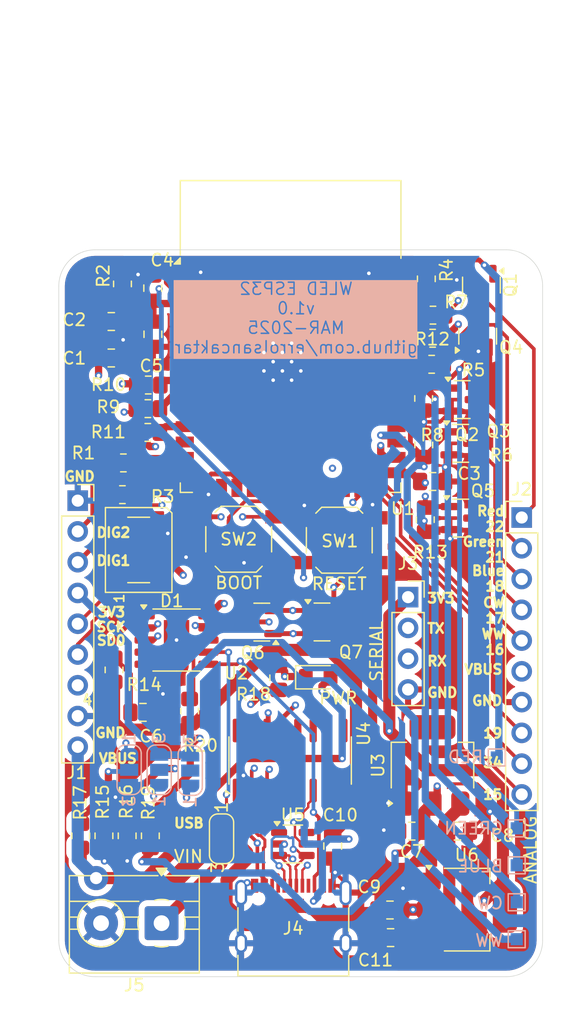
<source format=kicad_pcb>
(kicad_pcb (version 20241229) (generator "pcbnew") (generator_version "9.0")
  (layers (0 "F.Cu" signal) (4 "In1.Cu" power) (6 "In2.Cu" signal) (2 "B.Cu" signal) (13 "F.Paste" user) (15 "B.Paste" user) (5 "F.SilkS" user "F.Silkscreen") (7 "B.SilkS" user "B.Silkscreen") (1 "F.Mask" user) (3 "B.Mask" user) (25 "Edge.Cuts" user))
  (net 0 "")
  (net 1 "GND")
  (net 2 "+3V3")
  (net 3 "VOUT")
  (net 4 "+5V")
  (net 5 "Net-(D1-A)")
  (net 6 "Net-(D1-K)")
  (net 7 "DTR")
  (net 8 "RTS")
  (net 9 "VBUS")
  (net 15 "Net-(U4-VDD)")
  (net 29 "Net-(J2-Pin_1)")
  (net 30 "D-")
  (net 31 "D+")
  (net 32 "Red_LED")
  (net 33 "Green_LED")
  (net 34 "Blue_LED")
  (net 35 "CoolWhite_LED")
  (net 36 "WarmWhite_LED")
  (net 37 "Net-(U4-VBUS)")
  (net 38 "Net-(J18-Pin_3)")
  (net 41 "USB_D-")
  (net 42 "USB_D+")
  (net 43 "CC2")
  (net 44 "CC1")
  (net 45 "Net-(J18-Pin_2)")
  (net 46 "DIG2")
  (net 47 "DIG1")
  (net 52 "Net-(U1-TXD0{slash}IO1)")
  (net 53 "Net-(U1-RXD0{slash}IO3)")
  (net 54 "Net-(JP2-A)")
  (net 55 "RESET")
  (net 56 "BOOT")
  (net 57 "IO2")
  (net 58 "IO15")
  (net 59 "IO19")
  (net 60 "IO34")
  (net 61 "IO4")
  (net 62 "SD0")
  (net 63 "SCK")
  (net 64 "CFG1")
  (net 65 "IO33")
  (net 66 "CFG2")
  (net 67 "CFG3")
  (net 68 "IO26")
  (net 69 "IO23")
  (net 70 "IO21")
  (net 71 "IO18")
  (net 72 "IO17")
  (net 73 "IO16")
  (net 74 "IO32")
  (net 75 "RXD")
  (net 76 "TXD")
  (footprint "Package_TO_SOT_SMD:SOT-23-6" (layer "F.Cu") (at 76.55 114.37)
    (property "Reference" "U5")
    (property "Value" "USBLC6-2SC6" (hide yes))
  )
  (footprint "Package_SO:SOIC-16_3.9x9.9mm_P1.27mm" (layer "F.Cu") (at 76.325 107.48 90)
    (property "Reference" "U4")
    (property "Value" "CH340G" (hide yes))
  )
  (footprint "Jumper:SolderJumper-3_P1.3mm_Open_RoundedPad1.0x1.5mm_NumberLabels" (layer "F.Cu") (at 70.655 113.94 -90)
    (property "Reference" "JP1" (hide yes))
    (property "Value" "VIN")
  )
  (footprint "Resistor_SMD:R_0805_2012Metric_Pad1.20x1.40mm_HandSolder" (layer "F.Cu") (at 60.933333 113.695 -90)
    (property "Reference" "R15")
    (property "Value" "10K" (hide yes))
  )
  (footprint "Package_TO_SOT_SMD:SOT-23" (layer "F.Cu") (at 90.43 87.47)
    (property "Reference" "Q5")
    (property "Value" "IRLML6244" (hide yes))
  )
  (footprint "Package_TO_SOT_SMD:SOT-23" (layer "F.Cu") (at 91.83 72.455 90)
    (property "Reference" "Q4")
    (property "Value" "IRLML6244" (hide yes))
  )
  (footprint "Button_Switch_SMD:SW_SPST_SKQG_WithStem" (layer "F.Cu") (at 72.074 89.215)
    (property "Reference" "SW2")
    (property "Value" "BOOT")
  )
  (footprint "Resistor_SMD:R_0805_2012Metric_Pad1.20x1.40mm_HandSolder" (layer "F.Cu") (at 62.54 82.915)
    (property "Reference" "R1")
    (property "Value" "470R" (hide yes))
  )
  (footprint "Resistor_SMD:R_0805_2012Metric_Pad1.20x1.40mm_HandSolder" (layer "F.Cu") (at 62.465 68.14 90)
    (property "Reference" "R2")
    (property "Value" "10k" (hide yes))
  )
  (footprint "Connector_PinHeader_2.54mm:PinHeader_1x10_P2.54mm_Vertical" (layer "F.Cu") (at 95.47 87.42)
    (property "Reference" "J2")
    (property "Value" "ANALOG")
  )
  (footprint "Resistor_SMD:R_0805_2012Metric_Pad1.20x1.40mm_HandSolder" (layer "F.Cu") (at 62.46 85.535)
    (property "Reference" "R3")
    (property "Value" "470R" (hide yes))
  )
  (footprint "Capacitor_SMD:C_0805_2012Metric_Pad1.18x1.45mm_HandSolder" (layer "F.Cu") (at 90.16 113.31)
    (property "Reference" "C8")
    (property "Value" "22uF" (hide yes))
  )
  (footprint "Connector_USB:USB_C_Receptacle_XKB_U262-16XN-4BVC11" (layer "F.Cu") (at 76.59 121.485)
    (property "Reference" "J4")
    (property "Value" "USB_C_Receptacle_USB2.0_16P")
  )
  (footprint "Package_TO_SOT_SMD:SOT-23" (layer "F.Cu") (at 90.55 77.69)
    (property "Reference" "Q2")
    (property "Value" "IRLML6244" (hide yes))
  )
  (footprint "Resistor_SMD:R_0805_2012Metric_Pad1.20x1.40mm_HandSolder" (layer "F.Cu") (at 64.595 76.4875)
    (property "Reference" "R10")
    (property "Value" "0R" (hide yes))
  )
  (footprint "Resistor_SMD:R_0805_2012Metric_Pad1.20x1.40mm_HandSolder" (layer "F.Cu") (at 64.56 80.4)
    (property "Reference" "R11")
    (property "Value" "0R" (hide yes))
  )
  (footprint "Resistor_SMD:R_0805_2012Metric_Pad1.20x1.40mm_HandSolder" (layer "F.Cu") (at 88.105 72.625 180)
    (property "Reference" "R12")
    (property "Value" "0R" (hide yes))
  )
  (footprint "LED_SMD:LED_WS2812B_PLCC4_5.0x5.0mm_P3.2mm" (layer "F.Cu") (at 63.805 90.1 90)
    (property "Reference" "D1")
    (property "Value" "WS2812B" (hide yes))
  )
  (footprint "Button_Switch_SMD:SW_SPST_SKQG_WithStem" (layer "F.Cu") (at 80.388 89.295)
    (property "Reference" "SW1")
    (property "Value" "RESET")
  )
  (footprint "Connector_PinSocket_2.54mm:PinSocket_1x09_P2.54mm_Vertical" (layer "F.Cu") (at 58.765 86.03)
    (property "Reference" "J1")
    (property "Value" "Conn_01x09_Pin" (hide yes))
  )
  (footprint "Resistor_SMD:R_0805_2012Metric_Pad1.20x1.40mm_HandSolder" (layer "F.Cu") (at 75.385 100.65 -90)
    (property "Reference" "R18")
    (property "Value" "10k" (hide yes))
  )
  (footprint "Resistor_SMD:R_0805_2012Metric_Pad1.20x1.40mm_HandSolder" (layer "F.Cu") (at 87.5 87.6 90)
    (property "Reference" "R13")
    (property "Value" "10K" (hide yes))
  )
  (footprint "Capacitor_SMD:C_0805_2012Metric_Pad1.18x1.45mm_HandSolder" (layer "F.Cu") (at 79.845 114.54 -90)
    (property "Reference" "C10")
    (property "Value" "22uF" (hide yes))
  )
  (footprint "Capacitor_SMD:C_0805_2012Metric_Pad1.18x1.45mm_HandSolder" (layer "F.Cu") (at 61.54 71.245)
    (property "Reference" "C2")
    (property "Value" "22uF" (hide yes))
  )
  (footprint "Resistor_SMD:R_0805_2012Metric_Pad1.20x1.40mm_HandSolder" (layer "F.Cu") (at 88.135 70.72 180)
    (property "Reference" "R7")
    (property "Value" "0R" (hide yes))
  )
  (footprint "Capacitor_SMD:C_0805_2012Metric_Pad1.18x1.45mm_HandSolder" (layer "F.Cu") (at 64.16 103.505)
    (property "Reference" "C6")
    (property "Value" "1uF" (hide yes))
  )
  (footprint "Capacitor_SMD:C_0805_2012Metric_Pad1.18x1.45mm_HandSolder" (layer "F.Cu") (at 61.54 74.255)
    (property "Reference" "C1")
    (property "Value" "0.1uF" (hide yes))
  )
  (footprint "Capacitor_SMD:C_0805_2012Metric_Pad1.18x1.45mm_HandSolder" (layer "F.Cu") (at 64.965 68.49 90)
    (property "Reference" "C4")
    (property "Value" "1uF" (hide yes))
  )
  (footprint "Resistor_SMD:R_0805_2012Metric_Pad1.20x1.40mm_HandSolder" (layer "F.Cu") (at 62.851667 113.695 -90)
    (property "Reference" "R16")
    (property "Value" "10K" (hide yes))
  )
  (footprint "Package_SO:SSOP-10-1EP_3.9x4.9mm_P1mm_EP2.1x3.3mm" (layer "F.Cu") (at 66.935 97.535)
    (property "Reference" "U2")
    (property "Value" "CH224K" (hide yes))
  )
  (footprint "Package_TO_SOT_SMD:SOT-23" (layer "F.Cu") (at 92.14 68.235 -90)
    (property "Reference" "Q1")
    (property "Value" "IRLML6244" (hide yes))
  )
  (footprint "Resistor_SMD:R_0805_2012Metric_Pad1.20x1.40mm_HandSolder" (layer "F.Cu") (at 59.015 113.695 -90)
    (property "Reference" "R17")
    (property "Value" "10K" (hide yes))
  )
  (footprint "Package_TO_SOT_SMD:SOT-223" (layer "F.Cu") (at 90.93 119.79)
    (property "Reference" "U6")
    (property "Value" "AMS1117-3.3")
  )
  (footprint "Package_TO_SOT_SMD:SOT-23" (layer "F.Cu") (at 73.985 96.055 180)
    (property "Reference" "Q6")
    (property "Value" "BSS138" (hide yes))
  )
  (footprint "Package_TO_SOT_SMD:SOT-223" (layer "F.Cu") (at 88.095 107.885 90)
    (property "Reference" "U3")
    (property "Value" "AMS1117-5.0")
  )
  (footprint "Resistor_SMD:R_0805_2012Metric_Pad1.20x1.40mm_HandSolder" (layer "F.Cu") (at 88.025 74.775 180)
    (property "Reference" "R5")
    (property "Value" "10K" (hide yes))
  )
  (footprint "Capacitor_SMD:C_0805_2012Metric_Pad1.18x1.45mm_HandSolder" (layer "F.Cu") (at 84.58 119.82 180)
    (property "Reference" "C9")
    (property "Value" "22uF" (hide yes))
  )
  (footprint "Resistor_SMD:R_0805_2012Metric_Pad1.20x1.40mm_HandSolder" (layer "F.Cu") (at 64.565 78.435)
    (property "Reference" "R9")
    (property "Value" "0R" (hide yes))
  )
  (footprint "Resistor_SMD:R_0805_2012Metric_Pad1.20x1.40mm_HandSolder" (layer "F.Cu") (at 87.585 67.72 90)
    (property "Reference" "R4")
    (property "Value" "10K" (hide yes))
  )
  (footprint "Capacitor_SMD:C_0805_2012Metric_Pad1.18x1.45mm_HandSolder" (layer "F.Cu") (at 84.63 122.1 180)
    (property "Reference" "C11")
    (property "Value" "22uF" (hide yes))
  )
  (footprint "Resistor_SMD:R_0805_2012Metric_Pad1.20x1.40mm_HandSolder" (layer "F.Cu") (at 61.77 100 -90)
    (property "Reference" "R14")
    (property "Value" "10K" (hide yes))
  )
  (footprint "Capacitor_SMD:C_0805_2012Metric_Pad1.18x1.45mm_HandSolder" (layer "F.Cu") (at 64.98 72.295 -90)
    (property "Reference" "C5")
    (property "Value" "22uF" (hide yes))
  )
  (footprint "Capacitor_SMD:C_0805_2012Metric_Pad1.18x1.45mm_HandSolder" (layer "F.Cu") (at 86.38 113.31 180)
    (property "Reference" "C7")
    (property "Value" "22uF" (hide yes))
  )
  (footprint "Package_TO_SOT_SMD:SOT-23" (layer "F.Cu") (at 90.425 81.3)
    (property "Reference" "Q3")
    (property "Value" "IRLML6244" (hide yes))
  )
  (footprint "Resistor_SMD:R_0805_2012Metric_Pad1.20x1.40mm_HandSolder" (layer "F.Cu") (at 87.365 77.595 90)
    (property "Reference" "R8")
    (property "Value" "10K" (hide yes))
  )
  (footprint "TerminalBlock:TerminalBlock_MaiXu_MX126-5.0-02P_1x02_P5.00mm" (layer "F.Cu") (at 65.695 120.905 180)
    (property "Reference" "J5")
    (property "Value" "Conn_01x02_Pin" (hide yes))
  )
  (footprint "LED_SMD:LED_0805_2012Metric_Pad1.15x1.40mm_HandSolder" (layer "F.Cu") (at 78.64 100.61)
    (property "Reference" "D2" (hide yes))
    (property "Value" "PWR")
  )
  (footprint "Resistor_SMD:R_0805_2012Metric_Pad1.20x1.40mm_HandSolder" (layer "F.Cu") (at 64.77 113.695 -90)
    (property "Reference" "R19")
    (property "Value" "470R" (hide yes))
  )
  (footprint "Resistor_SMD:R_0805_2012Metric_Pad1.20x1.40mm_HandSolder" (layer "F.Cu") (at 87.375 81.435 -90)
    (property "Reference" "R6")
    (property "Value" "10K" (hide yes))
  )
  (footprint "Capacitor_SMD:C_0805_2012Metric_Pad1.18x1.45mm_HandSolder" (layer "F.Cu") (at 88.105 84.45)
    (property "Reference" "C3")
    (property "Value" "0.1uF" (hide yes))
  )
  (footprint "RF_Module:ESP32-WROOM-32" (layer "F.Cu") (at 76.365 75.47)
    (property "Reference" "U1")
    (property "Value" "ESP32-WROOM-32")
  )
  (footprint "Resistor_SMD:R_0805_2012Metric_Pad1.20x1.40mm_HandSolder" (layer "F.Cu") (at 68.015 103.4 90)
    (property "Reference" "R20")
    (property "Value" "10K" (hide yes))
  )
  (footprint "Package_TO_SOT_SMD:SOT-23" (layer "F.Cu") (at 78.96 96.045)
    (property "Reference" "Q7")
    (property "Value" "BSS138" (hide yes))
  )
  (footprint "Connector_PinSocket_2.54mm:PinSocket_1x04_P2.54mm_Vertical" (layer "F.Cu") (at 86.075 93.995)
    (property "Reference" "J3")
    (property "Value" "SERIAL")
  )
  (footprint "Jumper:SolderJumper-3_P1.3mm_Open_RoundedPad1.0x1.5mm_NumberLabels" (layer "B.Cu") (at 65.5 108.25 90)
    (property "Reference" "JP2" (hide yes))
    (property "Value" "CFG2" (hide yes))
  )
  (footprint "Jumper:SolderJumper-3_P1.3mm_Open_RoundedPad1.0x1.5mm_NumberLabels" (layer "B.Cu") (at 68.0675 108.31 90)
    (property "Reference" "JP3" (hide yes))
    (property "Value" "CFG3" (hide yes))
  )
  (footprint "TestPoint:TestPoint_Pad_1.0x1.0mm" (layer "B.Cu") (at 95.055 113.08)
    (property "Reference" "TP1" (hide yes))
    (property "Value" "GREEN")
  )
  (footprint "TestPoint:TestPoint_Pad_1.0x1.0mm" (layer "B.Cu") (at 95.055 122.23)
    (property "Reference" "TP3" (hide yes))
    (property "Value" "WW")
  )
  (footprint "TestPoint:TestPoint_Pad_1.0x1.0mm" (layer "B.Cu") (at 95.055 119.18)
    (property "Reference" "TP4" (hide yes))
    (property "Value" "CW")
  )
  (footprint "TestPoint:TestPoint_Pad_1.0x1.0mm" (layer "B.Cu") (at 93.41 107.23)
    (property "Reference" "TP2" (hide yes))
    (property "Value" "RED")
  )
  (footprint "TestPoint:TestPoint_Pad_1.0x1.0mm" (layer "B.Cu") (at 95.055 116.13)
    (property "Reference" "TP5" (hide yes))
    (property "Value" "BLUE")
  )
  (footprint "Jumper:SolderJumper-3_P1.3mm_Open_RoundedPad1.0x1.5mm_NumberLabels" (layer "B.Cu") (at 63.015 108.245 -90)
    (property "Reference" "JP4" (hide yes))
    (property "Value" "CFG1" (hide yes))
  )
  (gr_arc (start 60.2 125.325) (mid 58.07868 124.44632) (end 57.2 122.325) (stroke (width 0.05)) (layer "Edge.Cuts"))
  (gr_arc (start 57.2 68.325) (mid 58.07868 66.20368) (end 60.2 65.325) (stroke (width 0.05)) (layer "Edge.Cuts"))
  (gr_line (start 57.2 122.325) (end 57.2 68.325) (stroke (width 0.05)) (layer "Edge.Cuts"))
  (gr_line (start 97.2 68.325) (end 97.2 122.325) (stroke (width 0.05)) (layer "Edge.Cuts"))
  (gr_arc (start 94.2 65.325) (mid 96.32132 66.20368) (end 97.2 68.325) (stroke (width 0.05)) (layer "Edge.Cuts"))
  (gr_line (start 94.2 125.325) (end 60.2 125.325) (stroke (width 0.05)) (layer "Edge.Cuts"))
  (gr_line (start 60.2 65.325) (end 94.2 65.325) (stroke (width 0.05)) (layer "Edge.Cuts"))
  (gr_arc (start 97.2 122.325) (mid 96.32132 124.44632) (end 94.2 125.325) (stroke (width 0.05)) (layer "Edge.Cuts"))
  (gr_text "3V3" (at 87.555 94.55 0) (layer "F.SilkS") (effects (font (size 0.8 0.8) (thickness 0.2) (bold yes)) (justify left bottom)))
  (gr_text "GND" (at 87.555 102.34 0) (layer "F.SilkS") (effects (font (size 0.8 0.8) (thickness 0.2) (bold yes)) (justify left bottom)))
  (gr_text "GND" (at 57.58 84.5 0) (layer "F.SilkS") (effects (font (size 0.8 0.8) (thickness 0.2) (bold yes)) (justify left bottom)))
  (gr_text "GND" (at 91.266905 103.015 0) (layer "F.SilkS") (effects (font (size 0.8 0.8) (thickness 0.2) (bold yes)) (justify left bottom)))
  (gr_text "WW\n16" (at 94.145 98.8 0) (layer "F.SilkS") (effects (font (size 0.8 0.8) (thickness 0.2) (bold yes)) (justify right bottom)))
  (gr_text "Green\n21" (at 94.145 91.175 0) (layer "F.SilkS") (effects (font (size 0.8 0.8) (thickness 0.2) (bold yes)) (justify right bottom)))
  (gr_text "19" (at 92.18119 105.7 0) (layer "F.SilkS") (effects (font (size 0.8 0.8) (thickness 0.2) (bold yes)) (justify left bottom)))
  (gr_text "Red\n22" (at 94.145 88.645 0) (layer "F.SilkS") (effects (font (size 0.8 0.8) (thickness 0.2) (bold yes)) (justify right bottom)))
  (gr_text "RX" (at 87.555 99.75 0) (layer "F.SilkS") (effects (font (size 0.8 0.8) (thickness 0.2) (bold yes)) (justify left bottom)))
  (gr_text "VBUS" (at 90.619286 100.425 0) (layer "F.SilkS") (effects (font (size 0.8 0.8) (thickness 0.2) (bold yes)) (justify left bottom)))
  (gr_text "DIG2" (at 60.215 89.135 0) (layer "F.SilkS") (effects (font (size 0.8 0.8) (thickness 0.2) (bold yes)) (justify left bottom)))
  (gr_text "4" (at 59.05 102.965 0) (layer "F.SilkS") (effects (font (size 0.8 0.8) (thickness 0.2) (bold yes)) (justify left bottom)))
  (gr_text "USB\n" (at 66.625 113.115 0) (layer "F.SilkS") (effects (font (size 0.8 0.8) (thickness 0.2) (bold yes)) (justify left bottom)))
  (gr_text "Blue\n18" (at 94.145 93.575 0) (layer "F.SilkS") (effects (font (size 0.8 0.8) (thickness 0.2) (bold yes)) (justify right bottom)))
  (gr_text "DIG1" (at 60.215 91.455 0) (layer "F.SilkS") (effects (font (size 0.8 0.8) (thickness 0.2) (bold yes)) (justify left bottom)))
  (gr_text "SCK" (at 60.215 96.925 0) (layer "F.SilkS") (effects (font (size 0.8 0.8) (thickness 0.2) (bold yes)) (justify left bottom)))
  (gr_text "TX" (at 87.555 97.045 0) (layer "F.SilkS") (effects (font (size 0.8 0.8) (thickness 0.2) (bold yes)) (justify left bottom)))
  (gr_text "GND" (at 60.12 105.665 0) (layer "F.SilkS") (effects (font (size 0.8 0.8) (thickness 0.2) (bold yes)) (justify left bottom)))
  (gr_text "34" (at 92.18119 108.14 0) (layer "F.SilkS") (effects (font (size 0.8 0.8) (thickness 0.2) (bold yes)) (justify left bottom)))
  (gr_text "15" (at 92.18119 110.765 0) (layer "F.SilkS") (effects (font (size 0.8 0.8) (thickness 0.2) (bold yes)) (justify left bottom)))
  (gr_text "SD0" (at 60.245 98.04 0) (layer "F.SilkS") (effects (font (size 0.8 0.8) (thickness 0.2) (bold yes)) (justify left bottom)))
  (gr_text "3V3" (at 60.32 95.705 0) (layer "F.SilkS") (effects (font (size 0.8 0.8) (thickness 0.2) (bold yes)) (justify left bottom)))
  (gr_text "VBUS" (at 60.405 107.78 0) (layer "F.SilkS") (effects (font (size 0.8 0.8) (thickness 0.2) (bold yes)) (justify left bottom)))
  (gr_text "CW\n17" (at 94.145 96.205 0) (layer "F.SilkS") (effects (font (size 0.8 0.8) (thickness 0.2) (bold yes)) (justify right bottom)))
  (gr_text "WLED ESP32\nv1.0\nMAR-2025\ngithub.com/errolsancaktar" (at 76.815 73.955 0) (layer "B.SilkS" knockout) (effects (font (size 1 1) (thickness 0.125)) (justify bottom mirror)))
  (segment (start 83.14 87.097) (end 83.488 87.445) (width 0.6) (layer "F.Cu") (net 1))
  (segment (start 65.81 100.77476) (end 66.935 99.64976) (width 2) (layer "F.Cu") (net 1))
  (segment (start 85.755 110.995) (end 85.795 111.035) (width 0.3) (layer "F.Cu") (net 1))
  (segment (start 82.88 67.22) (end 82.835 67.265) (width 0.3) (layer "F.Cu") (net 1))
  (segment (start 62.52 71.3025) (end 62.5775 71.245) (width 0.3) (layer "F.Cu") (net 1))
  (segment (start 92.4675 73.705) (end 92.78 73.3925) (width 0.3) (layer "F.Cu") (net 1))
  (segment (start 90.1 67.81) (end 90.6775 67.81) (width 0.3) (layer "F.Cu") (net 1))
  (segment (start 64.4025 72.755) (end 64.98 73.3325) (width 0.3) (layer "F.Cu") (net 1))
  (segment (start 72.27 118.128899) (end 72.27 118.38) (width 0.25) (layer "F.Cu") (net 1))
  (segment (start 66.935 99.64976) (end 66.935 97.535) (width 2) (layer "F.Cu") (net 1))
  (segment (start 67.72 90.695) (end 68.09 91.065) (width 0.6) (layer "F.Cu") (net 1))
  (segment (start 84.07 113.225) (end 85.2575 113.225) (width 0.3) (layer "F.Cu") (net 1))
  (segment (start 89.155 83.255) (end 89.155 84.4375) (width 0.3) (layer "F.Cu") (net 1))
  (segment (start 62.52 72.755) (end 62.52 74.1975) (width 0.3) (layer "F.Cu") (net 1))
  (segment (start 60.933333 114.695) (end 60.933333 115.738333) (width 0.25) (layer "F.Cu") (net 1))
  (segment (start 72.77 117.563899) (end 72.988899 117.563899) (width 0.25) (layer "F.Cu") (net 1))
  (segment (start 62.52 72.755) (end 64.4025 72.755) (width 0.3) (layer "F.Cu") (net 1))
  (segment (start 88.495 67.81) (end 87.585 68.72) (width 0.3) (layer "F.Cu") (net 1))
  (segment (start 83.1 67.145) (end 75.685 74.56) (width 2) (layer "F.Cu") (net 1))
  (segment (start 87.245 118.025) (end 87.78 117.49) (width 0.3) (layer "F.Cu") (net 1))
  (segment (start 77.5 87.233) (end 77.288 87.445) (width 0.3) (layer "F.Cu") (net 1))
  (segment (start 80.045 116.72) (end 79.935 116.72) (width 0.3) (layer "F.Cu") (net 1))
  (segment (start 66.21 88.735) (end 66.21 88.405) (width 0.3) (layer "F.Cu") (net 1))
  (segment (start 65.81 101.985) (end 65.81 100.77476) (width 2) (layer "F.Cu") (net 1))
  (segment (start 88.7225 79.53) (end 89.6125 78.64) (width 0.3) (layer "F.Cu") (net 1))
  (segment (start 83.14 86.36) (end 83.14 87.097) (width 0.6) (layer "F.Cu") (net 1))
  (segment (start 89.155 82.5825) (end 89.4875 82.25) (width 0.3) (layer "F.Cu") (net 1))
  (segment (start 80.345 117.815) (end 80.91 118.38) (width 0.3) (layer "F.Cu") (net 1))
  (segment (start 63.8425 67.4525) (end 63.755 67.365) (width 0.3) (layer "F.Cu") (net 1))
  (segment (start 84.42 110.995) (end 85.755 110.995) (width 0.3) (layer "F.Cu") (net 1))
  (segment (start 77.5 86.425) (end 77.5 87.233) (width 0.3) (layer "F.Cu") (net 1))
  (segment (start 85.115 67.22) (end 82.88 67.22) (width 0.3) (layer "F.Cu") (net 1))
  (segment (start 75.855 114.395) (end 75.4375 114.395) (width 0.2) (layer "F.Cu") (net 1))
  (segment (start 65.4725 103.23) (end 65.1975 103.23) (width 2) (layer "F.Cu") (net 1))
  (segment (start 62.851667 114.695) (end 62.851667 115.766667) (width 0.25) (layer "F.Cu") (net 1))
  (segment (start 83.5425 119.82) (end 83.86 119.82) (width 0.3) (layer "F.Cu") (net 1))
  (segment (start 64.965 67.4525) (end 63.8425 67.4525) (width 0.3) (layer "F.Cu") (net 1))
  (segment (start 90.229 73.571) (end 89.025 74.775) (width 0.3) (layer "F.Cu") (net 1))
  (segment (start 91.179 71.643322) (end 90.229 72.593322) (width 0.3) (layer "F.Cu") (net 1))
  (segment (start 80.91 118.38) (end 80.91 117.585) (width 0.3) (layer "F.Cu") (net 1))
  (segment (start 92.813186 111.694314) (end 91.1975 113.31) (width 0.25) (layer "F.Cu") (net 1))
  (segment (start 91.179 68.889) (end 91.179 71.643322) (width 0.3) (layer "F.Cu") (net 1))
  (segment (start 72.988899 117.563899) (end 73.24 117.815) (width 0.25) (layer "F.Cu") (net 1))
  (segment (start 79.94 117.815) (end 80.345 117.815) (width 0.3) (layer "F.Cu") (net 1))
  (segment (start 68.89 67.22) (end 68.93 67.18) (width 0.3) (layer "F.Cu") (net 1))
  (segment (start 72.77 117.628899) (end 72.27 118.128899) (width 0.25) (layer "F.Cu") (net 1))
  (segment (start 62.851667 115.766667) (end 62.855 115.77) (width 0.25) (layer "F.Cu") (net 1))
  (segment (start 68.09 91.065) (end 68.974 91.065) (width 0.6) (layer "F.Cu") (net 1))
  (segment (start 72.77 117.563899) (end 72.77 117.628899) (width 0.25) (layer "F.Cu") (net 1))
  (segment (start 90.229 72.593322) (end 90.229 73.571) (width 0.3) (layer "F.Cu") (net 1))
  (segment (start 89.155 84.4375) (end 89.1425 84.45) (width 0.3) (layer "F.Cu") (net 1))
  (segment (start 90.6775 67.81) (end 91.19 67.2975) (width 0.3) (layer "F.Cu") (net 1))
  (segment (start 85.655 118.025) (end 87.245 118.025) (width 0.3) (layer "F.Cu") (net 1))
  (segment (start 62.52 72.755) (end 62.52 71.3025) (width 0.3) (layer "F.Cu") (net 1))
  (segment (start 91.89 73.705) (end 92.4675 73.705) (width 0.3) (layer "F.Cu") (net 1))
  (segment (start 66.21 88.405) (end 65.455 87.65) (width 0.3) (layer "F.Cu") (net 1))
  (segment (start 79.845 117.72) (end 79.94 117.815) (width 0.3) (layer "F.Cu") (net 1))
  (segment (start 79.845 115.5775) (end 79.845 116.63) (width 0.3) (layer "F.Cu") (net 1))
  (segment (start 72.465 108.715) (end 72.465 109.37) (width 0.25) (layer "F.Cu") (net 1))
  (segment (start 65.81 101.985) (end 65.81 102.8925) (width 2) (layer "F.Cu") (net 1))
  (segment (start 87.375 80.435) (end 87.375 78.605) (width 0.3) (layer "F.Cu") (net 1))
  (segment (start 90.1 67.81) (end 91.179 68.889) (width 0.3) (layer "F.Cu") (net 1))
  (segment (start 60.933333 115.738333) (end 60.975 115.78) (width 0.25) (layer "F.Cu") (net 1))
  (segment (start 69.575 85.52) (end 70.115 85.52) (width 0.3) (layer "F.Cu") (net 1))
  (segment (start 87.375 79.53) (end 88.7225 79.53) (width 0.3) (layer "F.Cu") (net 1))
  (segment (start 72.515 91.16) (end 75.079 91.16) (width 0.6) (layer "F.Cu") (net 1))
  (segment (start 87.5 87.795) (end 87.405 87.7) (width 0.3) (layer "F.Cu") (net 1))
  (segment (start 83.5925 122.1) (end 83.5925 119.87) (width 1) (layer "F.Cu") (net 1))
  (segment (start 62.52 74.1975) (end 62.5775 74.255) (width 0.3) (layer "F.Cu") (net 1))
  (segment (start 89.545 89.165) (end 89.545 88.4725) (width 0.3) (layer "F.Cu") (net 1))
  (segment (start 65.81 102.8925) (end 65.4725 103.23) (width 2) (layer "F.Cu") (net 1))
  (segment (start 89.155 83.255) (end 89.155 82.5825) (width 0.3) (layer "F.Cu") (net 1))
  (segment (start 72.465 109.37) (end 71.88 109.955) (width 0.25) (layer "F.Cu") (net 1))
  (segment (start 89.545 88.4725) (end 89.4925 88.42) (width 0.3) (layer "F.Cu") (net 1))
  (segment (start 70.115 85.52) (end 70.655 84.98) (width 0.3) (layer "F.Cu") (net 1))
  (segment (start 85.2575 113.225) (end 85.3425 113.31) (width 0.3) (layer "F.Cu") (net 1))
  (segment (start 92.850686 111.694314) (end 92.813186 111.694314) (width 0.25) (layer "F.Cu") (net 1))
  (segment (start 79.935 116.72) (end 79.845 116.63) (width 0.3) (layer "F.Cu") (net 1))
  (segment (start 79.845 116.63) (end 79.845 117.72) (width 0.3) (layer "F.Cu") (net 1))
  (segment (start 83.86 119.82) (end 85.655 118.025) (width 0.3) (layer "F.Cu") (net 1))
  (segment (start 75.079 91.16) (end 75.174 91.065) (width 0.6) (layer "F.Cu") (net 1))
  (segment (start 75.4375 114.395) (end 75.4125 114.37) (width 0.2) (layer "F.Cu") (net 1))
  (segment (start 67.615 67.22) (end 68.89 67.22) (width 0.3) (layer "F.Cu") (net 1))
  (segment (start 87.5 88.6) (end 87.5 87.795) (width 0.3) (layer "F.Cu") (net 1))
  (segment (start 83.5925 119.87) (end 83.5425 119.82) (width 0.3) (layer "F.Cu") (net 1))
  (segment (start 87.375 78.605) (end 87.365 78.595) (width 0.3) (layer "F.Cu") (net 1))
  (segment (start 90.1 67.81) (end 88.495 67.81) (width 0.3) (layer "F.Cu") (net 1))
  (segment (start 80.91 117.585) (end 80.045 116.72) (width 0.3) (layer "F.Cu") (net 1))
  (via (at 68.93 67.18) (size 0.6) (drill 0.3) (layers "F.Cu" "B.Cu") (net 1))
  (via (at 69.575 85.52) (size 0.6) (drill 0.3) (layers "F.Cu" "B.Cu") (net 1))
  (via (at 62.855 115.77) (size 0.6) (drill 0.3) (layers "F.Cu" "B.Cu") (net 1))
  (via (at 85.655 118.025) (size 0.6) (drill 0.3) (layers "F.Cu" "B.Cu") (net 1))
  (via (at 84.42 110.995) (size 0.6) (drill 0.3) (layers "F.Cu" "B.Cu") (net 1))
  (via (at 89.155 83.255) (size 0.6) (drill 0.3) (layers "F.Cu" "B.Cu") (net 1))
  (via (at 91.89 73.705) (size 0.6) (drill 0.3) (layers "F.Cu" "B.Cu") (net 1))
  (via (at 92.850686 111.694314) (size 0.6) (drill 0.3) (layers "F.Cu" "B.Cu") (net 1))
  (via (at 72.77 117.563899) (size 0.6) (drill 0.3) (layers "F.Cu" "B.Cu") (net 1))
  (via (at 60.975 115.78) (size 0.6) (drill 0.3) (layers "F.Cu" "B.Cu") (net 1))
  (via (at 61.883186 110.508186) (size 0.6) (drill 0.3) (layers "F.Cu" "B.Cu") (net 1))
  (via (at 87.375 79.53) (size 0.6) (drill 0.3) (layers "F.Cu" "B.Cu") (net 1))
  (via (at 62.52 72.755) (size 0.6) (drill 0.3) (layers "F.Cu" "B.Cu") (net 1))
  (via (at 65.81 101.985) (size 0.6) (drill 0.3) (layers "F.Cu" "B.Cu") (net 1))
  (via (at 66.21 88.735) (size 0.6) (drill 0.3) (layers "F.Cu" "B.Cu") (net 1))
  (via (at 67.72 90.695) (size 0.6) (drill 0.3) (layers "F.Cu" "B.Cu") (net 1))
  (via (at 82.835 67.265) (size 0.6) (drill 0.3) (layers "F.Cu" "B.Cu") (net 1))
  (via (at 90.1 67.81) (size 0.6) (drill 0.3) (layers "F.Cu" "B.Cu") (net 1))
  (via (at 89.545 89.165) (size 0.6) (drill 0.3) (layers "F.Cu" "B.Cu") (net 1))
  (via (at 72.515 91.16) (size 0.6) (drill 0.3) (layers "F.Cu" "B.Cu") (net 1))
  (via (at 83.14 86.36) (size 0.6) (drill 0.3) (layers "F.Cu" "B.Cu") (net 1))
  (via (at 84.07 113.225) (size 0.6) (drill 0.3) (layers "F.Cu" "B.Cu") (net 1))
  (via (at 80.045 116.72) (size 0.6) (drill 0.3) (layers "F.Cu" "B.Cu") (net 1))
  (via (at 87.405 87.7) (size 0.6) (drill 0.3) (layers "F.Cu" "B.Cu") (net 1))
  (via (at 66.935 97.535) (size 0.6) (drill 0.3) (layers "F.Cu" "B.Cu") (net 1))
  (via (at 77.5 86.425) (size 0.6) (drill 0.3) (layers "F.Cu" "B.Cu") (net 1))
  (via (at 72.465 108.715) (size 0.6) (drill 0.3) (layers "F.Cu" "B.Cu") (net 1))
  (via (at 63.755 67.365) (size 0.6) (drill 0.3) (layers "F.Cu" "B.Cu") (net 1))
  (via (at 75.855 114.395) (size 0.6) (drill 0.3) (layers "F.Cu" "B.Cu") (net 1))
  (segment (start 61.883186 110.508186) (end 62.051814 110.508186) (width 0.25) (layer "B.Cu") (net 1))
  (segment (start 62.051814 110.508186) (end 63.015 109.545) (width 0.25) (layer "B.Cu") (net 1))
  (segment (start 72.035 124.525) (end 72.035 118.85) (width 0.25) (layer "B.Cu") (net 1))
  (segment (start 60.49 74.785) (end 60.5025 74.7725) (width 0.6) (layer "F.Cu") (net 2))
  (segment (start 93.919 117.506) (end 93.919 109.932496) (width 1) (layer "F.Cu") (net 2))
  (segment (start 92.45 118.975) (end 93.919 117.506) (width 1) (layer "F.Cu") (net 2))
  (segment (start 65.758002 66.364) (end 63.241 66.364) (width 0.6) (layer "F.Cu") (net 2))
  (segment (start 66.191 66.796998) (end 65.758002 66.364) (width 0.6) (layer "F.Cu") (net 2))
  (segment (start 87.759156 108.279) (end 84.524 105.043844) (width 1) (layer "F.Cu") (net 2))
  (segment (start 87.78 119.79) (end 85.6475 119.79) (width 1) (layer "F.Cu") (net 2))
  (segment (start 60.5025 69.1025) (end 62.465 67.14) (width 0.6) (layer "F.Cu") (net 2))
  (segment (start 60.49 75.705) (end 60.49 74.785) (width 0.6) (layer "F.Cu") (net 2))
  (segment (start 66.191 67.998) (end 66.191 66.796998) (width 0.6) (layer "F.Cu") (net 2))
  (segment (start 92.265504 108.279) (end 87.759156 108.279) (width 1) (layer "F.Cu") (net 2))
  (segment (start 60.5025 74.7725) (end 60.5025 71.245) (width 0.6) (layer "F.Cu") (net 2))
  (segment (start 93.919 109.932496) (end 92.265504 108.279) (width 1) (layer "F.Cu") (net 2))
  (segment (start 60.5025 71.245) (end 60.5025 69.1025) (width 0.6) (layer "F.Cu") (net 2))
  (segment (start 67.615 68.49) (end 66.683 68.49) (width 0.6) (layer "F.Cu") (net 2))
  (segment (start 63.241 66.364) (end 62.465 67.14) (width 0.6) (layer "F.Cu") (net 2))
  (segment (start 84.524 105.043844) (end 84.524 95.546) (width 1) (layer "F.Cu") (net 2))
  (segment (start 66.683 68.49) (end 66.191 67.998) (width 0.6) (layer "F.Cu") (net 2))
  (segment (start 84.524 95.546) (end 86.075 93.995) (width 1) (layer "F.Cu") (net 2))
  (via (at 60.49 75.705) (size 0.6) (drill 0.3) (layers "F.Cu" "B.Cu") (net 2))
  (via (at 86.485 119.79) (size 0.6) (drill 0.3) (layers "F.Cu" "B.Cu") (net 2))
  (via (at 84.524 105.043844) (size 0.6) (drill 0.3) (layers "F.Cu" "B.Cu") (net 2))
  (via (at 92.3725 119.0525) (size 0.6) (drill 0.3) (layers "F.Cu" "B.Cu") (net 2))
  (segment (start 68.0675 107.01) (end 65.56 107.01) (width 0.6) (layer "B.Cu") (net 2))
  (segment (start 84.524 104.336214) (end 84.524 105.043844) (width 0.6) (layer "B.Cu") (net 2))
  (segment (start 75.666214 97.744) (end 77.731214 99.809) (width 0.6) (layer "B.Cu") (net 2))
  (segment (start 68.0675 107.01) (end 68.0675 100.574714) (width 0.6) (layer "B.Cu") (net 2))
  (segment (start 79.996786 99.809) (end 84.524 104.336214) (width 0.6) (layer "B.Cu") (net 2))
  (segment (start 68.0675 100.574714) (end 70.898214 97.744) (width 0.6) (layer "B.Cu") (net 2))
  (segment (start 65.5 106.95) (end 62.945 104.395) (width 0.6) (layer "B.Cu") (net 2))
  (segment (start 62.945 104.395) (end 62.945 97.83) (width 0.6) (layer "B.Cu") (net 2))
  (segment (start 70.898214 97.744) (end 75.666214 97.744) (width 0.6) (layer "B.Cu") (net 2))
  (segment (start 62.945 97.83) (end 58.765 93.65) (width 0.6) (layer "B.Cu") (net 2))
  (segment (start 77.731214 99.809) (end 79.996786 99.809) (width 0.6) (layer "B.Cu") (net 2))
  (segment (start 85.6675 122.825) (end 85.6675 122.1) (width 1) (layer "F.Cu") (net 3))
  (segment (start 72.70053 121.059) (end 77.41053 121.059) (width 1) (layer "F.Cu") (net 3))
  (segment (start 72.764966 115.636564) (end 71.069 117.33253) (width 1) (layer "F.Cu") (net 3))
  (segment (start 85.6675 122.1) (end 87.77 122.1) (width 1) (layer "F.Cu") (net 3))
  (segment (start 71.653436 113.94) (end 72.764966 115.05153) (width 1) (layer "F.Cu") (net 3))
  (segment (start 89.1225 112.585) (end 89.1225 113.31) (width 1) (layer "F.Cu") (net 3))
  (segment (start 59.015 114.695) (end 59.015 115.915) (width 1) (layer "F.Cu") (net 3))
  (segment (start 70.655 113.94) (end 71.653436 113.94) (width 1) (layer "F.Cu") (net 3))
  (segment (start 60.285 117.185) (end 64.431844 117.185) (width 1) (layer "F.Cu") (net 3))
  (segment (start 88.78 122.09) (end 87.78 122.09) (width 1) (layer "F.Cu") (net 3))
  (segment (start 59.015 115.915) (end 60.285 117.185) (width 1) (layer "F.Cu") (net 3))
  (segment (start 71.069 117.33253) (end 71.069 119.42747) (width 1) (layer "F.Cu") (net 3))
  (segment (start 67.676844 113.94) (end 70.655 113.94) (width 1) (layer "F.Cu") (net 3))
  (segment (start 72.764966 115.05153) (end 72.764966 115.636564) (width 1) (layer "F.Cu") (net 3))
  (segment (start 77.41053 121.059) (end 80.41253 124.061) (width 1) (layer "F.Cu") (net 3))
  (segment (start 89.481 113.6685) (end 89.481 121.389) (width 1) (layer "F.Cu") (net 3))
  (segment (start 80.41253 124.061) (end 84.4315 124.061) (width 1) (layer "F.Cu") (net 3))
  (segment (start 89.481 121.389) (end 88.78 122.09) (width 1) (layer "F.Cu") (net 3))
  (segment (start 64.431844 117.185) (end 67.676844 113.94) (width 1) (layer "F.Cu") (net 3))
  (segment (start 90.395 111.3125) (end 89.1225 112.585) (width 1) (layer "F.Cu") (net 3))
  (segment (start 71.069 119.42747) (end 72.70053 121.059) (width 1) (layer "F.Cu") (net 3))
  (segment (start 84.4315 124.061) (end 85.6675 122.825) (width 1) (layer "F.Cu") (net 3))
  (segment (start 89.1225 113.31) (end 89.481 113.6685) (width 1) (layer "F.Cu") (net 3))
  (via (at 60.285 117.185) (size 2) (drill 1) (layers "F.Cu" "B.Cu") (net 3))
  (segment (start 58.765 115.665) (end 58.765 106.35) (width 1) (layer "B.Cu") (net 3))
  (segment (start 60.285 117.185) (end 58.765 115.665) (width 1) (layer "B.Cu") (net 3))
  (segment (start 67.485829 92.184171) (end 66.600658 91.299) (width 0.6) (layer "F.Cu") (net 4))
  (segment (start 74.260001 101.65) (end 73.065001 102.845001) (width 0.6) (layer "F.Cu") (net 4))
  (segment (start 88.095 111.035) (end 87.4175 111.7125) (width 1) (layer "F.Cu") (net 4))
  (segment (start 75.385 101.65) (end 74.260001 101.65) (width 0.6) (layer "F.Cu") (net 4))
  (segment (start 87.4175 111.7125) (end 87.4175 113.31) (width 1) (layer "F.Cu") (net 4))
  (segment (start 63.406 91.299) (end 62.155 92.55) (width 0.6) (layer "F.Cu") (net 4))
  (segment (start 88.481814 110.648186) (end 88.095 111.035) (width 0.6) (layer "F.Cu") (net 4))
  (segment (start 85.599607 115.127893) (end 87.4175 113.31) (width 0.6) (layer "F.Cu") (net 4))
  (segment (start 84.997893 115.127893) (end 85.599607 115.127893) (width 0.6) (layer "F.Cu") (net 4))
  (segment (start 66.600658 91.299) (end 63.406 91.299) (width 0.6) (layer "F.Cu") (net 4))
  (segment (start 64.77 114.695) (end 64.77 115.125) (width 0.25) (layer "F.Cu") (net 4))
  (segment (start 88.481814 109.588186) (end 88.481814 110.648186) (width 0.6) (layer "F.Cu") (net 4))
  (segment (start 64.77 115.125) (end 64.06 115.835) (width 0.6) (layer "F.Cu") (net 4))
  (via (at 84.997893 115.127893) (size 0.6) (drill 0.3) (layers "F.Cu" "B.Cu") (net 4))
  (via (at 64.06 115.835) (size 0.6) (drill 0.3) (layers "F.Cu" "B.Cu") (net 4))
  (via (at 67.485829 92.184171) (size 0.6) (drill 0.3) (layers "F.Cu" "B.Cu") (net 4))
  (via (at 73.065001 102.845001) (size 0.6) (drill 0.3) (layers "F.Cu" "B.Cu") (net 4))
  (via (at 88.481814 109.588186) (size 0.6) (drill 0.3) (layers "F.Cu" "B.Cu") (net 4))
  (segment (start 77.971425 119.931) (end 81.324628 119.931) (width 0.6) (layer "B.Cu") (net 4))
  (segment (start 65.91 115.835) (end 66.838899 116.763899) (width 0.6) (layer "B.Cu") (net 4))
  (segment (start 64.06 115.835) (end 65.91 115.835) (width 0.6) (layer "B.Cu") (net 4))
  (segment (start 74.804324 116.763899) (end 77.971425 119.931) (width 0.6) (layer "B.Cu") (net 4))
  (segment (start 81.324628 119.931) (end 84.997893 116.257735) (width 0.6) (layer "B.Cu") (net 4))
  (segment (start 84.997893 116.257735) (end 84.997893 115.127893) (width 0.6) (layer "B.Cu") (net 4))
  (segment (start 66.838899 116.763899) (end 74.804324 116.763899) (width 0.6) (layer "B.Cu") (net 4))
  (segment (start 64.77 112.695) (end 67.24019 112.695) (width 0.6) (layer "F.Cu") (net 5))
  (segment (start 78.96 101.315) (end 79.665 100.61) (width 0.6) (layer "F.Cu") (net 5))
  (segment (start 78.96 101.75) (end 78.96 101.315) (width 0.6) (layer "F.Cu") (net 5))
  (segment (start 72.62019 107.315) (end 80.63 107.315) (width 0.6) (layer "F.Cu") (net 5))
  (segment (start 67.24019 112.695) (end 72.62019 107.315) (width 0.6) (layer "F.Cu") (net 5))
  (via (at 78.96 101.75) (size 0.6) (drill 0.3) (layers "F.Cu" "B.Cu") (net 5))
  (via (at 80.63 107.315) (size 0.6) (drill 0.3) (layers "F.Cu" "B.Cu") (net 5))
  (segment (start 78.96 101.75) (end 80.63 103.42) (width 0.6) (layer "B.Cu") (net 5))
  (segment (start 80.63 103.42) (end 80.63 107.315) (width 0.6) (layer "B.Cu") (net 5))
  (segment (start 75.875 100.550236) (end 75.875 100.14) (width 0.6) (layer "F.Cu") (net 6))
  (segment (start 75.875 100.14) (end 75.385 99.65) (width 0.6) (layer "F.Cu") (net 6))
  (segment (start 75.875 100.550236) (end 77.555236 100.550236) (width 0.6) (layer "F.Cu") (net 6))
  (segment (start 70.5825 94.525) (end 69.5725 95.535) (width 0.6) (layer "F.Cu") (net 6))
  (segment (start 77.555236 100.550236) (end 77.615 100.61) (width 0.6) (layer "F.Cu") (net 6))
  (segment (start 70.88 94.525) (end 70.5825 94.525) (width 0.6) (layer "F.Cu") (net 6))
  (via (at 75.875 100.550236) (size 0.6) (drill 0.3) (layers "F.Cu" "B.Cu") (net 6))
  (via (at 70.88 94.525) (size 0.6) (drill 0.3) (layers "F.Cu" "B.Cu") (net 6))
  (segment (start 76.54 95.095) (end 74.9325 95.095) (width 0.4) (layer "F.Cu") (net 7))
  (segment (start 76.76212 102.90788) (end 75.795355 103.874645) (width 0.4) (layer "F.Cu") (net 7))
  (segment (start 75.795355 103.874645) (end 75.795355 104.899645) (width 0.4) (layer "F.Cu") (net 7))
  (segment (start 78.0225 95.095) (end 76.54 95.095) (width 0.4) (layer "F.Cu") (net 7))
  (segment (start 75.795355 104.899645) (end 75.69 105.005) (width 0.4) (layer "F.Cu") (net 7))
  (via (at 76.54 95.095) (size 0.6) (drill 0.3) (layers "F.Cu" "B.Cu") (net 7))
  (via (at 76.76212 102.90788) (size 0.6) (drill 0.3) (layers "F.Cu" "B.Cu") (net 7))
  (segment (start 76.575 97.005) (end 78.0125 97.005) (width 0.4) (layer "F.Cu") (net 8))
  (segment (start 74.9225 97.005) (end 76.575 97.005) (width 0.4) (layer "F.Cu") (net 8))
  (segment (start 74.51 104.915) (end 74.42 105.005) (width 0.4) (layer "F.Cu") (net 8))
  (segment (start 74.51 103.545) (end 74.51 104.915) (width 0.4) (layer "F.Cu") (net 8))
  (via (at 76.575 97.005) (size 0.6) (drill 0.3) (layers "F.Cu" "B.Cu") (net 8))
  (via (at 74.51 103.545) (size 0.6) (drill 0.3) (layers "F.Cu" "B.Cu") (net 8))
  (segment (start 68.015 104.4) (end 67.484 104.931) (width 1) (layer "F.Cu") (net 9))
  (segment (start 76.724 112.694) (end 76.724 113.760968) (width 0.2) (layer "F.Cu") (net 9))
  (segment (start 61.77 101) (end 61.77 104.316844) (width 1) (layer "F.Cu") (net 9))
  (segment (start 79.845 113.5025) (end 81.771 111.5765) (width 1) (layer "F.Cu") (net 9))
  (segment (start 81.185 113.965) (end 80.3075 113.965) (width 0.6) (layer "F.Cu") (net 9))
  (segment (start 76.724 113.760968) (end 77.333032 114.37) (width 0.2) (layer "F.Cu") (net 9))
  (segment (start 77.333032 114.37) (end 77.6875 114.37) (width 0.2) (layer "F.Cu") (net 9))
  (segment (start 74.04 117.09) (end 73.615966 116.665966) (width 0.3) (layer "F.Cu") (net 9))
  (segment (start 74.34 117.39) (end 73.615966 116.665966) (width 0.3) (layer "F.Cu") (net 9))
  (segment (start 71.32 112.64) (end 70.655 112.64) (width 0.3) (layer "F.Cu") (net 9))
  (segment (start 62.384156 104.931) (end 61.77 104.316844) (width 1) (layer "F.Cu") (net 9))
  (segment (start 79.530844 98.349) (end 74.534156 98.349) (width 1) (layer "F.Cu") (net 9))
  (segment (start 81.771 100.589156) (end 79.530844 98.349) (width 1) (layer "F.Cu") (net 9))
  (segment (start 68.483156 104.4) (end 68.015 104.4) (width 1) (layer "F.Cu") (net 9))
  (segment (start 81.771 111.5765) (end 81.771 100.589156) (width 1) (layer "F.Cu") (net 9))
  (segment (start 74.04 117.815) (end 74.04 117.09) (width 0.3) (layer "F.Cu") (net 9))
  (segment (start 67.484 104.931) (end 62.384156 104.931) (width 1) (layer "F.Cu") (net 9))
  (segment (start 73.615966 114.255966) (end 71.66 112.3) (width 0.3) (layer "F.Cu") (net 9))
  (segment (start 76.62 112.59) (end 76.724 112.694) (width 0.2) (layer "F.Cu") (net 9))
  (segment (start 73.615966 116.665966) (end 73.615966 114.255966) (width 0.3) (layer "F.Cu") (net 9))
  (segment (start 80.3075 113.965) (end 79.845 113.5025) (width 0.6) (layer "F.Cu") (net 9))
  (segment (start 71.66 112.3) (end 71.32 112.64) (width 0.3) (layer "F.Cu") (net 9))
  (segment (start 74.534156 98.349) (end 68.483156 104.4) (width 1) (layer "F.Cu") (net 9))
  (via (at 81.185 113.965) (size 0.6) (drill 0.3) (layers "F.Cu" "B.Cu") (net 9))
  (via (at 76.62 112.59) (size 0.6) (drill 0.3) (layers "F.Cu" "B.Cu") (net 9))
  (via (at 73.61 114.295) (size 0.6) (drill 0.3) (layers "F.Cu" "B.Cu") (net 9))
  (via (at 78.261398 119.089602) (size 0.6) (drill 0.3) (layers "F.Cu" "B.Cu") (net 9))
  (segment (start 78.604 118.517149) (end 78.99 118.131149) (width 0.6) (layer "B.Cu") (net 9))
  (segment (start 76.655 112.555) (end 77.475597 112.555) (width 0.6) (layer "B.Cu") (net 9))
  (segment (start 78.885 114.38) (end 78.99 114.485) (width 0.6) (layer "B.Cu") (net 9))
  (segment (start 78.99 114.485) (end 79.51 113.965) (width 0.6) (layer "B.Cu") (net 9))
  (segment (start 78.604 118.747) (end 78.604 118.517149) (width 0.6) (layer "B.Cu") (net 9))
  (segment (start 77.475597 112.555) (end 77.558879 112.638282) (width 0.6) (layer "B.Cu") (net 9))
  (segment (start 79.51 113.965) (end 81.185 113.965) (width 0.6) (layer "B.Cu") (net 9))
  (segment (start 77.558879 112.856121) (end 77.486764 112.928236) (width 0.6) (layer "B.Cu") (net 9))
  (segment (start 76.62 112.59) (end 76.655 112.555) (width 0.6) (layer "B.Cu") (net 9))
  (segment (start 77.588527 114.38) (end 78.885 114.38) (width 0.6) (layer "B.Cu") (net 9))
  (segment (start 78.261398 119.089602) (end 78.604 118.747) (width 0.6) (layer "B.Cu") (net 9))
  (segment (start 77.558879 112.638282) (end 77.558879 112.856121) (width 0.6) (layer "B.Cu") (net 9))
  (segment (start 78.99 118.131149) (end 78.99 114.485) (width 0.6) (layer "B.Cu") (net 9))
  (segment (start 77.486764 112.928236) (end 77.486764 114.278237) (width 0.6) (layer "B.Cu") (net 9))
  (segment (start 77.486764 114.278237) (end 77.588527 114.38) (width 0.6) (layer "B.Cu") (net 9))
  (segment (start 63.1225 100.3525) (end 61.77 99) (width 0.4) (layer "F.Cu") (net 15))
  (segment (start 61.77 99) (end 61.77 97.441612) (width 0.4) (layer "F.Cu") (net 15))
  (segment (start 61.77 97.441612) (end 63.676612 95.535) (width 0.4) (layer "F.Cu") (net 15))
  (segment (start 63.1225 103.505) (end 63.1225 100.3525) (width 0.4) (layer "F.Cu") (net 15))
  (segment (start 70.655 115.24) (end 70.655 115.945) (width 1) (layer "F.Cu") (net 29))
  (segment (start 70.655 115.945) (end 65.695 120.905) (width 1) (layer "F.Cu") (net 29))
  (segment (start 78.23 110.63) (end 77.82 111.04) (width 0.2) (layer "F.Cu") (net 30))
  (segment (start 77.82 111.333198) (end 77.4 111.753198) (width 0.2) (layer "F.Cu") (net 30))
  (segment (start 77.4 113.1325) (end 77.6875 113.42) (width 0.2) (layer "F.Cu") (net 30))
  (segment (start 77.82 111.04) (end 77.82 111.333198) (width 0.2) (layer "F.Cu") (net 30))
  (segment (start 77.4 111.753198) (end 77.4 113.1325) (width 0.2) (layer "F.Cu") (net 30))
  (segment (start 76.96 110.41) (end 75.4125 111.9575) (width 0.2) (layer "F.Cu") (net 31))
  (segment (start 75.4125 111.9575) (end 75.4125 113.42) (width 0.2) (layer "F.Cu") (net 31))
  (segment (start 76.96 109.955) (end 76.96 110.41) (width 0.2) (layer "F.Cu") (net 31))
  (segment (start 96.475 73.5075) (end 92.14 69.1725) (width 0.3) (layer "F.Cu") (net 32))
  (segment (start 96.475 86.415) (end 96.475 73.5075) (width 0.3) (layer "F.Cu") (net 32))
  (segment (start 95.47 87.42) (end 96.475 86.415) (width 0.3) (layer "F.Cu") (net 32))
  (segment (start 93.2175 71.5175) (end 91.83 71.5175) (width 0.3) (layer "F.Cu") (net 33))
  (segment (start 94.269 72.569) (end 93.2175 71.5175) (width 0.3) (layer "F.Cu") (net 33))
  (segment (start 94.269 88.759) (end 94.269 72.569) (width 0.3) (layer "F.Cu") (net 33))
  (segment (start 95.47 89.96) (end 94.269 88.759) (width 0.3) (layer "F.Cu") (net 33))
  (segment (start 93.768 90.798) (end 93.768 79.9705) (width 0.3) (layer "F.Cu") (net 34))
  (segment (start 95.47 92.5) (end 93.768 90.798) (width 0.3) (layer "F.Cu") (net 34))
  (segment (start 93.768 79.9705) (end 91.4875 77.69) (width 0.3) (layer "F.Cu") (net 34))
  (segment (start 93.267 92.837) (end 93.267 83.2045) (width 0.3) (layer "F.Cu") (net 35))
  (segment (start 95.47 95.04) (end 93.267 92.837) (width 0.3) (layer "F.Cu") (net 35))
  (segment (start 93.267 83.2045) (end 91.3625 81.3) (width 0.3) (layer "F.Cu") (net 35))
  (segment (start 92.766 88.8685) (end 91.3675 87.47) (width 0.3) (layer "F.Cu") (net 36))
  (segment (start 95.47 97.58) (end 92.766 94.876) (width 0.3) (layer "F.Cu") (net 36))
  (segment (start 92.766 94.876) (end 92.766 88.8685) (width 0.3) (layer "F.Cu") (net 36))
  (segment (start 69.5725 97.535) (end 68.655 97.535) (width 0.3) (layer "F.Cu") (net 37))
  (segment (start 68.655 97.535) (end 68.336 97.854) (width 0.3) (layer "F.Cu") (net 37))
  (segment (start 68.336 97.854) (end 68.336 102.079) (width 0.3) (layer "F.Cu") (net 37))
  (segment (start 60.617 86.378) (end 61.46 85.535) (width 0.4) (layer "F.Cu") (net 38))
  (segment (start 60.617 89.258) (end 60.617 86.378) (width 0.4) (layer "F.Cu") (net 38))
  (segment (start 58.765 91.11) (end 60.617 89.258) (width 0.4) (layer "F.Cu") (net 38))
  (segment (start 76.84 116.505) (end 76.84 117.815) (width 0.2) (layer "F.Cu") (net 41))
  (segment (start 77.6875 115.32) (end 76.775 116.2325) (width 0.2) (layer "F.Cu") (net 41))
  (segment (start 75.84 116.596028) (end 75.408972 116.165) (width 0.2) (layer "F.Cu") (net 41))
  (segment (start 76.58 114.81) (end 76.823032 114.81) (width 0.2) (layer "F.Cu") (net 41))
  (segment (start 76.823032 114.81) (end 77.333032 115.32) (width 0.2) (layer "F.Cu") (net 41))
  (segment (start 76.775 116.2325) (end 76.775 116.44) (width 0.2) (layer "F.Cu") (net 41))
  (segment (start 75.84 117.815) (end 75.84 116.596028) (width 0.2) (layer "F.Cu") (net 41))
  (segment (start 77.333032 115.32) (end 77.6875 115.32) (width 0.2) (layer "F.Cu") (net 41))
  (segment (start 76.775 116.44) (end 76.84 116.505) (width 0.2) (layer "F.Cu") (net 41))
  (via (at 75.408972 116.165) (size 0.6) (drill 0.3) (layers "F.Cu" "B.Cu") (net 41))
  (via (at 76.58 114.81) (size 0.6) (drill 0.3) (layers "F.Cu" "B.Cu") (net 41))
  (segment (start 76.12 113.76) (end 75.07 113.76) (width 0.2) (layer "B.Cu") (net 41))
  (segment (start 76.520967 113.828147) (end 76.454661 113.828147) (width 0.2) (layer "B.Cu") (net 41))
  (segment (start 74.807971 115.563999) (end 75.408972 116.165) (width 0.2) (layer "B.Cu") (net 41))
  (segment (start 75.07 113.76) (end 74.807971 114.022029) (width 0.2) (layer "B.Cu") (net 41))
  (segment (start 76.404528 113.87828) (end 76.23828 113.87828) (width 0.2) (layer "B.Cu") (net 41))
  (segment (start 74.807971 114.022029) (end 74.807971 115.563999) (width 0.2) (layer "B.Cu") (net 41))
  (segment (start 76.454661 113.828147) (end 76.404528 113.87828) (width 0.2) (layer "B.Cu") (net 41))
  (segment (start 76.58 113.88718) (end 76.520967 113.828147) (width 0.2) (layer "B.Cu") (net 41))
  (segment (start 76.23828 113.87828) (end 76.12 113.76) (width 0.2) (layer "B.Cu") (net 41))
  (segment (start 76.58 114.81) (end 76.58 113.88718) (width 0.2) (layer "B.Cu") (net 41))
  (segment (start 76.307155 115.716985) (end 76.280685 115.690515) (width 0.2) (layer "F.Cu") (net 42))
  (segment (start 76.34 116.455) (end 76.34 117.815) (width 0.2) (layer "F.Cu") (net 42))
  (segment (start 76.325 116.2325) (end 76.325 116.44) (width 0.2) (layer "F.Cu") (net 42))
  (segment (start 75.4125 115.32) (end 76.325 116.2325) (width 0.2) (layer "F.Cu") (net 42))
  (segment (start 77.34 116.530106) (end 77.747553 116.122553) (width 0.2) (layer "F.Cu") (net 42))
  (segment (start 76.441407 115.716985) (end 76.307155 115.716985) (width 0.2) (layer "F.Cu") (net 42))
  (segment (start 76.233224 115.316471) (end 75.416029 115.316471) (width 0.2) (layer "F.Cu") (net 42))
  (segment (start 76.541487 115.616905) (end 76.441407 115.716985) (width 0.2) (layer "F.Cu") (net 42))
  (segment (start 76.325 116.44) (end 76.34 116.455) (width 0.2) (layer "F.Cu") (net 42))
  (segment (start 76.280685 115.363932) (end 76.233224 115.316471) (width 0.2) (layer "F.Cu") (net 42))
  (segment (start 76.280685 115.690515) (end 76.280685 115.363932) (width 0.2) (layer "F.Cu") (net 42))
  (segment (start 75.416029 115.316471) (end 75.4125 115.32) (width 0.2) (layer "F.Cu") (net 42))
  (segment (start 77.34 117.815) (end 77.34 116.530106) (width 0.2) (layer "F.Cu") (net 42))
  (via (at 76.541487 115.616905) (size 0.6) (drill 0.3) (layers "F.Cu" "B.Cu") (net 42))
  (via (at 77.747553 116.122553) (size 0.6) (drill 0.3) (layers "F.Cu" "B.Cu") (net 42))
  (segment (start 78.34 117.815) (end 78.34 117.065) (width 0.3) (layer "F.Cu") (net 43))
  (segment (start 69.5725 99.535) (end 71.933942 99.535) (width 0.3) (layer "F.Cu") (net 43))
  (segment (start 78.34 117.065) (end 78.701 116.704) (width 0.3) (layer "F.Cu") (net 43))
  (segment (start 78.701 112.197407) (end 78.252577 111.748984) (width 0.3) (layer "F.Cu") (net 43))
  (segment (start 78.701 116.704) (end 78.701 112.197407) (width 0.3) (layer "F.Cu") (net 43))
  (segment (start 71.933942 99.535) (end 72.201971 99.266971) (width 0.3) (layer "F.Cu") (net 43))
  (via (at 78.252577 111.748984) (size 0.6) (drill 0.3) (layers "F.Cu" "B.Cu") (net 43))
  (via (at 72.201971 99.266971) (size 0.6) (drill 0.3) (layers "F.Cu" "B.Cu") (net 43))
  (segment (start 78.252577 111.748984) (end 78.252577 105.317577) (width 0.3) (layer "B.Cu") (net 43))
  (segment (start 78.252577 105.317577) (end 72.201971 99.266971) (width 0.3) (layer "B.Cu") (net 43))
  (segment (start 75.316 116.914) (end 75.34 116.938) (width 0.25) (layer "F.Cu") (net 44))
  (segment (start 74.116966 116.4938) (end 74.537166 116.914) (width 0.25) (layer "F.Cu") (net 44))
  (segment (start 74.116966 114.708688) (end 74.116966 116.4938) (width 0.25) (layer "F.Cu") (net 44))
  (segment (start 74.236 114.035702) (end 74.236 114.589654) (width 0.25) (layer "F.Cu") (net 44))
  (segment (start 69.5725 98.535) (end 71.22 98.535) (width 0.3) (layer "F.Cu") (net 44))
  (segment (start 73.702166 113.669) (end 73.869298 113.669) (width 0.25) (layer "F.Cu") (net 44))
  (segment (start 71.065 111.031834) (end 73.702166 113.669) (width 0.25) (layer "F.Cu") (net 44))
  (segment (start 71.065 110.29) (end 71.065 111.031834) (width 0.25) (layer "F.Cu") (net 44))
  (segment (start 74.236 114.589654) (end 74.116966 114.708688) (width 0.25) (layer "F.Cu") (net 44))
  (segment (start 73.869298 113.669) (end 74.236 114.035702) (width 0.25) (layer "F.Cu") (net 44))
  (segment (start 74.537166 116.914) (end 75.316 116.914) (width 0.25) (layer "F.Cu") (net 44))
  (segment (start 75.34 116.938) (end 75.34 117.815) (width 0.25) (layer "F.Cu") (net 44))
  (segment (start 71.22 98.535) (end 71.23 98.545) (width 0.3) (layer "F.Cu") (net 44))
  (via (at 71.065 110.29) (size 0.6) (drill 0.3) (layers "F.Cu" "B.Cu") (net 44))
  (via (at 71.23 98.545) (size 0.6) (drill 0.3) (layers "F.Cu" "B.Cu") (net 44))
  (segment (start 71.23 110.125) (end 71.23 98.545) (width 0.3) (layer "B.Cu") (net 44))
  (segment (start 71.065 110.29) (end 71.23 110.125) (width 0.3) (layer "B.Cu") (net 44))
  (segment (start 61.54 82.915) (end 60.016 84.439) (width 0.4) (layer "F.Cu") (net 45))
  (segment (start 60.016 87.319) (end 58.765 88.57) (width 0.4) (layer "F.Cu") (net 45))
  (segment (start 60.016 84.439) (end 60.016 87.319) (width 0.4) (layer "F.Cu") (net 45))
  (segment (start 63.54 82.915) (end 63.995 82.46) (width 0.4) (layer "F.Cu") (net 46))
  (segment (start 63.995 82.46) (end 67.615 82.46) (width 0.4) (layer "F.Cu") (net 46))
  (segment (start 71.506 83.829) (end 71.925 84.248) (width 0.4) (layer "F.Cu") (net 47))
  (segment (start 69.804 83.829) (end 71.506 83.829) (width 0.4) (layer "F.Cu") (net 47))
  (segment (start 71.925 84.248) (end 71.925 84.98) (width 0.4) (layer "F.Cu") (net 47))
  (segment (start 68.098 85.535) (end 69.804 83.829) (width 0.4) (layer "F.Cu") (net 47))
  (segment (start 63.46 85.535) (end 68.098 85.535) (width 0.4) (layer "F.Cu") (net 47))
  (segment (start 87.135 70.72) (end 85.425 70.72) (width 0.4) (layer "F.Cu") (net 52))
  (segment (start 85.425 70.72) (end 85.115 71.03) (width 0.4) (layer "F.Cu") (net 52))
  (segment (start 87.105 72.625) (end 85.44 72.625) (width 0.4) (layer "F.Cu") (net 53))
  (segment (start 85.44 72.625) (end 85.115 72.3) (width 0.4) (layer "F.Cu") (net 53))
  (segment (start 62.465 76.385) (end 63.4925 76.385) (width 0.6) (layer "F.Cu") (net 54))
  (segment (start 63.4925 76.385) (end 63.595 76.4875) (width 0.6) (layer "F.Cu") (net 54))
  (via (at 62.465 76.385) (size 0.6) (drill 0.3) (layers "F.Cu" "B.Cu") (net 54))
  (via (at 65.038207 110.433207) (size 0.6) (drill 0.3) (layers "F.Cu" "B.Cu") (net 54))
  (segment (start 65.038207 110.433207) (end 65.038207 110.011793) (width 0.3) (layer "B.Cu") (net 54))
  (segment (start 65.038207 110.011793) (end 65.5 109.55) (width 0.3) (layer "B.Cu") (net 54))
  (segment (start 62.465 69.14) (end 64.5775 69.14) (width 0.6) (layer "F.Cu") (net 55))
  (segment (start 65.491974 69.000526) (end 64.965 69.5275) (width 0.4) (layer "F.Cu") (net 55))
  (segment (start 77.435 92.385) (end 77.435 91.292) (width 0.4) (layer "F.Cu") (net 55))
  (segment (start 64.5775 69.14) (end 64.965 69.5275) (width 0.6) (layer "F.Cu") (net 55))
  (segment (start 65.491974 68.539252) (end 65.491974 69.000526) (width 0.4) (layer "F.Cu") (net 55))
  (segment (start 64.98 71.2575) (end 64.98 69.5425) (width 0.6) (layer "F.Cu") (net 55))
  (segment (start 77.435 91.292) (end 77.288 91.145) (width 0.4) (layer "F.Cu") (net 55))
  (segment (start 79.94 93.195) (end 79.94 96.0025) (width 0.4) (layer "F.Cu") (net 55))
  (segment (start 67.615 69.76) (end 65.1975 69.76) (width 0.6) (layer "F.Cu") (net 55))
  (segment (start 79.94 93.195) (end 79.98 93.195) (width 0.4) (layer "F.Cu") (net 55))
  (segment (start 79.94 96.0025) (end 79.8975 96.045) (width 0.4) (layer "F.Cu") (net 55))
  (segment (start 79.98 93.195) (end 82.03 91.145) (width 0.4) (layer "F.Cu") (net 55))
  (segment (start 82.03 91.145) (end 83.488 91.145) (width 0.4) (layer "F.Cu") (net 55))
  (via (at 77.435 92.385) (size 0.6) (drill 0.3) (layers "F.Cu" "B.Cu") (net 55))
  (via (at 65.491974 68.539252) (size 0.6) (drill 0.3) (layers "F.Cu" "B.Cu") (net 55))
  (via (at 79.94 93.195) (size 0.6) (drill 0.3) (layers "F.Cu" "B.Cu") (net 55))
  (segment (start 77.435 90.61) (end 77.435 92.385) (width 0.4) (layer "B.Cu") (net 55))
  (segment (start 77.353 90.528) (end 77.435 90.61) (width 0.4) (layer "B.Cu") (net 55))
  (segment (start 65.491974 69.816974) (end 65.681 70.006) (width 0.4) (layer "B.Cu") (net 55))
  (segment (start 65.491974 68.539252) (end 65.491974 69.816974) (width 0.4) (layer "B.Cu") (net 55))
  (segment (start 65.681 70.006) (end 65.681 78.921) (width 0.4) (layer "B.Cu") (net 55))
  (segment (start 77.288 90.528) (end 77.353 90.528) (width 0.4) (layer "B.Cu") (net 55))
  (segment (start 65.681 78.921) (end 77.288 90.528) (width 0.4) (layer "B.Cu") (net 55))
  (segment (start 70.61 87.365) (end 68.974 87.365) (width 0.4) (layer "F.Cu") (net 56))
  (segment (start 74.58 96.04) (end 73.0625 96.04) (width 0.4) (layer "F.Cu") (net 56))
  (segment (start 73.0625 96.04) (end 73.0475 96.055) (width 0.4) (layer "F.Cu") (net 56))
  (segment (start 75.174 87.365) (end 72.395 87.365) (width 0.3) (layer "F.Cu") (net 56))
  (segment (start 86.3475 83.73) (end 85.115 83.73) (width 0.6) (layer "F.Cu") (net 56))
  (segment (start 87.501 84.56) (end 87.1775 84.56) (width 0.6) (layer "F.Cu") (net 56))
  (segment (start 87.1775 84.56) (end 86.3475 83.73) (width 0.6) (layer "F.Cu") (net 56))
  (via (at 70.61 87.365) (size 0.6) (drill 0.3) (layers "F.Cu" "B.Cu") (net 56))
  (via (at 79.825 83.355) (size 0.6) (drill 0.3) (layers "F.Cu" "B.Cu") (net 56))
  (via (at 74.58 96.04) (size 0.6) (drill 0.3) (layers "F.Cu" "B.Cu") (net 56))
  (via (at 87.501 84.56) (size 0.6) (drill 0.3) (layers "F.Cu" "B.Cu") (net 56))
  (via (at 72.395 87.365) (size 0.6) (drill 0.3) (layers "F.Cu" "B.Cu") (net 56))
  (segment (start 63.214002 87.65) (end 62.155 87.65) (width 0.3) (layer "F.Cu") (net 57))
  (segment (start 82.085 85.595) (end 82.085 84.98) (width 0.3) (layer "F.Cu") (net 57))
  (segment (start 81.51 86.17) (end 82.085 85.595) (width 0.3) (layer "F.Cu") (net 57))
  (segment (start 65.725 86.4) (end 64.464002 86.4) (width 0.3) (layer "F.Cu") (net 57))
  (segment (start 64.464002 86.4) (end 63.214002 87.65) (width 0.3) (layer "F.Cu") (net 57))
  (via (at 65.725 86.4) (size 0.6) (drill 0.3) (layers "F.Cu" "B.Cu") (net 57))
  (via (at 81.51 86.17) (size 0.6) (drill 0.3) (layers "F.Cu" "B.Cu") (net 57))
  (segment (start 82.886 83.879) (end 81.141 83.879) (width 0.3) (layer "F.Cu") (net 58))
  (segment (start 81.141 83.879) (end 80.815 84.205) (width 0.3) (layer "F.Cu") (net 58))
  (segment (start 95.47 110.28) (end 91.263 106.073) (width 0.3) (layer "F.Cu") (net 58))
  (segment (start 84.739 88.91291) (end 84.739 86.67304) (width 0.3) (layer "F.Cu") (net 58))
  (segment (start 80.815 84.205) (end 80.815 84.98) (width 0.3) (layer "F.Cu") (net 58))
  (segment (start 91.263 95.43691) (end 84.739 88.91291) (width 0.3) (layer "F.Cu") (net 58))
  (segment (start 82.886 84.82004) (end 82.886 83.879) (width 0.3) (layer "F.Cu") (net 58))
  (segment (start 84.739 86.67304) (end 82.886 84.82004) (width 0.3) (layer "F.Cu") (net 58))
  (segment (start 91.263 106.073) (end 91.263 95.43691) (width 0.3) (layer "F.Cu") (net 58))
  (segment (start 92.265 95.02187) (end 86.305 89.06187) (width 0.3) (layer "F.Cu") (net 59))
  (segment (start 82.57052 82.877) (end 82.126 82.43248) (width 0.3) (layer "F.Cu") (net 59))
  (segment (start 83.676 76.719) (end 84.285 76.11) (width 0.3) (layer "F.Cu") (net 59))
  (segment (start 83.888 83.463958) (end 83.301041 82.877) (width 0.3) (layer "F.Cu") (net 59))
  (segment (start 86.305 89.06187) (end 86.305 86.822) (width 0.3) (layer "F.Cu") (net 59))
  (segment (start 95.47 105.2) (end 92.265 101.995) (width 0.3) (layer "F.Cu") (net 59))
  (segment (start 84.285 76.11) (end 85.115 76.11) (width 0.3) (layer "F.Cu") (net 59))
  (segment (start 82.126 82.43248) (end 82.126 79.36252) (width 0.3) (layer "F.Cu") (net 59))
  (segment (start 82.126 79.36252) (end 83.676 77.81252) (width 0.3) (layer "F.Cu") (net 59))
  (segment (start 83.676 77.81252) (end 83.676 76.719) (width 0.3) (layer "F.Cu") (net 59))
  (segment (start 86.305 86.822) (end 83.888 84.405) (width 0.3) (layer "F.Cu") (net 59))
  (segment (start 83.301041 82.877) (end 82.57052 82.877) (width 0.3) (layer "F.Cu") (net 59))
  (segment (start 92.265 101.995) (end 92.265 95.02187) (width 0.3) (layer "F.Cu") (net 59))
  (segment (start 83.888 84.405) (end 83.888 83.463958) (width 0.3) (layer "F.Cu") (net 59))
  (segment (start 81.625 82.64) (end 81.625 79.06) (width 0.3) (layer "F.Cu") (net 60))
  (segment (start 83.387 83.671479) (end 83.093521 83.378) (width 0.3) (layer "F.Cu") (net 60))
  (segment (start 68.247 73.57) (end 67.615 73.57) (width 0.3) (layer "F.Cu") (net 60))
  (segment (start 83.093521 83.378) (end 82.363 83.378) (width 0.3) (layer "F.Cu") (net 60))
  (segment (start 85.46 86.68552) (end 83.387 84.61252) (width 0.3) (layer "F.Cu") (net 60))
  (segment (start 72.282 77.605) (end 68.247 73.57) (width 0.3) (layer "F.Cu") (net 60))
  (segment (start 85.46 88.92539) (end 85.46 86.68552) (width 0.3) (layer "F.Cu") (net 60))
  (segment (start 82.363 83.378) (end 81.625 82.64) (width 0.3) (layer "F.Cu") (net 60))
  (segment (start 80.17 77.605) (end 72.282 77.605) (width 0.3) (layer "F.Cu") (net 60))
  (segment (start 81.625 79.06) (end 80.17 77.605) (width 0.3) (layer "F.Cu") (net 60))
  (segment (start 83.387 84.61252) (end 83.387 83.671479) (width 0.3) (layer "F.Cu") (net 60))
  (segment (start 95.47 107.72) (end 91.764 104.014) (width 0.3) (layer "F.Cu") (net 60))
  (segment (start 91.764 104.014) (end 91.764 95.22939) (width 0.3) (layer "F.Cu") (net 60))
  (segment (start 91.764 95.22939) (end 85.46 88.92539) (width 0.3) (layer "F.Cu") (net 60))
  (segment (start 83.814 82.091) (end 84.183 82.46) (width 0.6) (layer "F.Cu") (net 61))
  (segment (start 83.814 81.475) (end 83.814 82.091) (width 0.6) (layer "F.Cu") (net 61))
  (segment (start 84.183 82.46) (end 85.115 82.46) (width 0.6) (layer "F.Cu") (net 61))
  (via (at 83.814 81.475) (size 0.6) (drill 0.3) (layers "F.Cu" "B.Cu") (net 61))
  (segment (start 59.966 96.687471) (end 58.765 97.888471) (width 0.3) (layer "F.Cu") (net 62))
  (segment (start 78.485 93.36) (end 69.895 93.36) (width 0.3) (layer "F.Cu") (net 62))
  (segment (start 69.895 93.36) (end 69.103 94.152) (width 0.3) (layer "F.Cu") (net 62))
  (segment (start 79.539 92.306) (end 78.485 93.36) (width 0.3) (layer "F.Cu") (net 62))
  (segment (start 79.539 87.294) (end 79.539 92.306) (width 0.3) (layer "F.Cu") (net 62))
  (segment (start 61.878 94.152) (end 59.966 96.064) (width 0.3) (layer "F.Cu") (net 62))
  (segment (start 78.275 86.03) (end 79.539 87.294) (width 0.3) (layer "F.Cu") (net 62))
  (segment (start 59.966 96.064) (end 59.966 96.687471) (width 0.3) (layer "F.Cu") (net 62))
  (segment (start 69.103 94.152) (end 61.878 94.152) (width 0.3) (layer "F.Cu") (net 62))
  (segment (start 78.275 84.98) (end 78.275 86.03) (width 0.3) (layer "F.Cu") (net 62))
  (segment (start 58.765 97.888471) (end 58.765 98.73) (width 0.3) (layer "F.Cu") (net 62))
  (segment (start 76.536 86.081) (end 77.005 85.612) (width 0.3) (layer "F.Cu") (net 63))
  (segment (start 58.765 96.19) (end 61.304 93.651) (width 0.3) (layer "F.Cu") (net 63))
  (segment (start 71.225 90.966) (end 71.225 87.670654) (width 0.3) (layer "F.Cu") (net 63))
  (segment (start 61.304 93.651) (end 68.54 93.651) (width 0.3) (layer "F.Cu") (net 63))
  (segment (start 71.261 87.419) (end 72.599 86.081) (width 0.3) (layer "F.Cu") (net 63))
  (segment (start 68.54 93.651) (end 71.225 90.966) (width 0.3) (layer "F.Cu") (net 63))
  (segment (start 71.261 87.634654) (end 71.261 87.419) (width 0.3) (layer "F.Cu") (net 63))
  (segment (start 71.225 87.670654) (end 71.261 87.634654) (width 0.3) (layer "F.Cu") (net 63))
  (segment (start 72.599 86.081) (end 76.536 86.081) (width 0.3) (layer "F.Cu") (net 63))
  (segment (start 77.005 85.612) (end 77.005 84.98) (width 0.3) (layer "F.Cu") (net 63))
  (segment (start 61.299 109.961) (end 59.015 112.245) (width 0.6) (layer "F.Cu") (net 64))
  (segment (start 69.3725 96.335) (end 69.5725 96.535) (width 0.4) (layer "F.Cu") (net 64))
  (segment (start 61.299 108.385) (end 61.299 109.961) (width 0.6) (layer "F.Cu") (net 64))
  (segment (start 59.015 112.245) (end 59.015 112.695) (width 0.6) (layer "F.Cu") (net 64))
  (segment (start 68.485002 96.335) (end 69.3725 96.335) (width 0.4) (layer "F.Cu") (net 64))
  (via (at 68.485002 96.335) (size 0.6) (drill 0.3) (layers "F.Cu" "B.Cu") (net 64))
  (via (at 61.299 108.385) (size 0.6) (drill 0.3) (layers "F.Cu" "B.Cu") (net 64))
  (segment (start 61.299 108.385) (end 62.875 108.385) (width 0.4) (layer "B.Cu") (net 64))
  (segment (start 62.875 108.385) (end 63.015 108.245) (width 0.4) (layer "B.Cu") (net 64))
  (segment (start 65.565 78.435) (end 66.62 77.38) (width 0.6) (layer "F.Cu") (net 65))
  (segment (start 62.6 78.72) (end 63.28 78.72) (width 0.3) (layer "F.Cu") (net 65))
  (segment (start 63.28 78.72) (end 63.565 78.435) (width 0.3) (layer "F.Cu") (net 65))
  (segment (start 66.62 77.38) (end 67.615 77.38) (width 0.6) (layer "F.Cu") (net 65))
  (via (at 62.6 78.72) (size 0.6) (drill 0.3) (layers "F.Cu" "B.Cu") (net 65))
  (via (at 62.75 106.035) (size 0.6) (drill 0.3) (layers "F.Cu" "B.Cu") (net 65))
  (segment (start 62.75 106.035) (end 62.75 106.68) (width 0.3) (layer "B.Cu") (net 65))
  (segment (start 62.75 106.68) (end 63.015 106.945) (width 0.3) (layer "B.Cu") (net 65))
  (segment (start 65.385 96.199125) (end 65.049125 96.535) (width 0.4) (layer "F.Cu") (net 66))
  (segment (start 63.404 110.346) (end 63.282333 110.346) (width 0.6) (layer "F.Cu") (net 66))
  (segment (start 65.049125 96.535) (end 64.2975 96.535) (width 0.4) (layer "F.Cu") (net 66))
  (segment (start 66.817498 108.15) (end 65.6 108.15) (width 0.6) (layer "F.Cu") (net 66))
  (segment (start 63.282333 110.346) (end 60.933333 112.695) (width 0.6) (layer "F.Cu") (net 66))
  (segment (start 65.6 108.15) (end 63.404 110.346) (width 0.6) (layer "F.Cu") (net 66))
  (via (at 65.385 96.199125) (size 0.6) (drill 0.3) (layers "F.Cu" "B.Cu") (net 66))
  (via (at 66.817498 108.15) (size 0.6) (drill 0.3) (layers "F.Cu" "B.Cu") (net 66))
  (segment (start 66.817498 108.15) (end 65.6 108.15) (width 0.4) (layer "B.Cu") (net 66))
  (segment (start 65.6 108.15) (end 65.5 108.25) (width 0.4) (layer "B.Cu") (net 66))
  (segment (start 68.664344 105.648156) (end 68.0675 106.245) (width 0.6) (layer "F.Cu") (net 67))
  (segment (start 65.008786 111.594) (end 63.952667 111.594) (width 0.6) (layer "F.Cu") (net 67))
  (segment (start 68.8675 105.648156) (end 68.664344 105.648156) (width 0.6) (layer "F.Cu") (net 67))
  (segment (start 68.0675 108.535286) (end 65.008786 111.594) (width 0.6) (layer "F.Cu") (net 67))
  (segment (start 65.049125 97.535) (end 64.2975 97.535) (width 0.4) (layer "F.Cu") (net 67))
  (segment (start 65.385 97.199125) (end 65.049125 97.535) (width 0.4) (layer "F.Cu") (net 67))
  (segment (start 63.952667 111.594) (end 62.851667 112.695) (width 0.6) (layer "F.Cu") (net 67))
  (segment (start 68.0675 106.245) (end 68.0675 108.535286) (width 0.6) (layer "F.Cu") (net 67))
  (via (at 65.385 97.199125) (size 0.6) (drill 0.3) (layers "F.Cu" "B.Cu") (net 67))
  (via (at 68.8675 105.648156) (size 0.6) (drill 0.3) (layers "F.Cu" "B.Cu") (net 67))
  (segment (start 66.04 79.92) (end 67.615 79.92) (width 0.6) (layer "F.Cu") (net 68))
  (segment (start 64.725 81.565) (end 63.56 80.4) (width 0.6) (layer "F.Cu") (net 68))
  (segment (start 65.56 80.4) (end 66.04 79.92) (width 0.6) (layer "F.Cu") (net 68))
  (segment (start 65.196 81.565) (end 64.725 81.565) (width 0.6) (layer "F.Cu") (net 68))
  (via (at 65.196 81.565) (size 0.6) (drill 0.3) (layers "F.Cu" "B.Cu") (net 68))
  (via (at 67.76 110.55) (size 0.6) (drill 0.3) (layers "F.Cu" "B.Cu") (net 68))
  (segment (start 67.76 110.55) (end 67.76 109.9175) (width 0.6) (layer "B.Cu") (net 68))
  (segment (start 67.76 109.9175) (end 68.0675 109.61) (width 0.6) (layer "B.Cu") (net 68))
  (segment (start 92.38375 66.59125) (end 93.09 67.2975) (width 0.4) (layer "F.Cu") (net 69))
  (segment (start 91.9515 66.159) (end 88.146 66.159) (width 0.4) (layer "F.Cu") (net 69))
  (segment (start 92.38375 66.59125) (end 91.9515 66.159) (width 0.4) (layer "F.Cu") (net 69))
  (segment (start 87.585 66.72) (end 85.815 68.49) (width 0.4) (layer "F.Cu") (net 69))
  (segment (start 88.146 66.159) (end 87.585 66.72) (width 0.4) (layer "F.Cu") (net 69))
  (segment (start 85.815 68.49) (end 85.115 68.49) (width 0.4) (layer "F.Cu") (net 69))
  (via (at 92.38375 66.59125) (size 0.6) (drill 0.3) (layers "F.Cu" "B.Cu") (net 69))
  (segment (start 92.38375 66.59125) (end 93.581 67.7885) (width 0.6) (layer "B.Cu") (net 69))
  (segment (start 93.581 67.7885) (end 93.581 107.059) (width 0.6) (layer "B.Cu") (net 69))
  (segment (start 90.33129 75.19629) (end 89.65158 75.876) (width 0.4) (layer "F.Cu") (net 70))
  (segment (start 89.65158 75.876) (end 88.39842 75.876) (width 0.4) (layer "F.Cu") (net 70))
  (segment (start 90.88 73.3925) (end 90.88 74.64758) (width 0.4) (layer "F.Cu") (net 70))
  (segment (start 88.39842 75.876) (end 87.29742 74.775) (width 0.4) (layer "F.Cu") (net 70))
  (segment (start 90.88 74.64758) (end 90.33129 75.19629) (width 0.4) (layer "F.Cu") (net 70))
  (segment (start 85.82 73.57) (end 85.115 73.57) (width 0.4) (layer "F.Cu") (net 70))
  (segment (start 87.025 74.775) (end 85.82 73.57) (width 0.4) (layer "F.Cu") (net 70))
  (via (at 90.33129 75.19629) (size 0.6) (drill 0.3) (layers "F.Cu" "B.Cu") (net 70))
  (segment (start 90.33129 106.910472) (end 95.055 111.634182) (width 0.4) (layer "B.Cu") (net 70))
  (segment (start 90.33129 75.19629) (end 90.33129 106.910472) (width 0.4) (layer "B.Cu") (net 70))
  (segment (start 95.055 111.634182) (end 95.055 113.08) (width 0.4) (layer "B.Cu") (net 70))
  (segment (start 87.365 76.595) (end 86.58 77.38) (width 0.4) (layer "F.Cu") (net 71))
  (segment (start 89.6125 76.74) (end 87.51 76.74) (width 0.4) (layer "F.Cu") (net 71))
  (segment (start 86.58 77.38) (end 85.115 77.38) (width 0.4) (layer "F.Cu") (net 71))
  (segment (start 88.301 77.531) (end 87.365 76.595) (width 0.6) (layer "F.Cu") (net 71))
  (segment (start 88.301 77.66) (end 88.301 77.531) (width 0.6) (layer "F.Cu") (net 71))
  (via (at 88.301 77.66) (size 0.6) (drill 0.3) (layers "F.Cu" "B.Cu") (net 71))
  (segment (start 88.301 77.66) (end 88.301 108.276) (width 0.6) (layer "B.Cu") (net 71))
  (segment (start 88.301 108.276) (end 95.055 115.03) (width 0.6) (layer "B.Cu") (net 71))
  (segment (start 95.055 115.03) (end 95.055 116.13) (width 0.6) (layer "B.Cu") (net 71))
  (segment (start 86.266 80.339) (end 85.847 79.92) (width 0.4) (layer "F.Cu") (net 72))
  (segment (start 86.266 81.326) (end 86.266 80.339) (width 0.4) (layer "F.Cu") (net 72))
  (segment (start 87.395 82.455) (end 86.266 81.326) (width 0.4) (layer "F.Cu") (net 72))
  (segment (start 89.46 80.35) (end 87.395 82.415) (width 0.4) (layer "F.Cu") (net 72))
  (segment (start 87.395 83.225) (end 87.395 82.455) (width 0.4) (layer "F.Cu") (net 72))
  (segment (start 87.395 82.415) (end 87.395 83.225) (width 0.4) (layer "F.Cu") (net 72))
  (segment (start 85.847 79.92) (end 85.115 79.92) (width 0.4) (layer "F.Cu") (net 72))
  (segment (start 87.395 82.455) (end 87.375 82.435) (width 0.4) (layer "F.Cu") (net 72))
  (via (at 87.395 83.225) (size 0.6) (drill 0.3) (layers "F.Cu" "B.Cu") (net 72))
  (segment (start 86.006 83.834572) (end 86.006 88.238786) (width 0.6) (layer "B.Cu") (net 72))
  (segment (start 87.5 89.732786) (end 87.5 110.745286) (width 0.6) (layer "B.Cu") (net 72))
  (segment (start 87.5 110.745286) (end 95.055 118.300286) (width 0.6) (layer "B.Cu") (net 72))
  (segment (start 86.006 88.238786) (end 87.5 89.732786) (width 0.6) (layer "B.Cu") (net 72))
  (segment (start 95.055 118.300286) (end 95.055 119.18) (width 0.6) (layer "B.Cu") (net 72))
  (segment (start 87.293571 83.123571) (end 86.717 83.123571) (width 0.6) (layer "B.Cu") (net 72))
  (segment (start 86.717 83.123571) (end 86.006 83.834572) (width 0.6) (layer "B.Cu") (net 72))
  (segment (start 87.395 83.225) (end 87.293571 83.123571) (width 0.6) (layer "B.Cu") (net 72))
  (segment (start 87.501 85.66988) (end 87.501 86.599) (width 0.4) (layer "F.Cu") (net 73))
  (segment (start 89.4925 86.52) (end 87.58 86.52) (width 0.4) (layer "F.Cu") (net 73))
  (segment (start 83.814 80.63) (end 83.955 80.771) (width 0.4) (layer "F.Cu") (net 73))
  (segment (start 83.955 80.771) (end 84.696 80.771) (width 0.4) (layer "F.Cu") (net 73))
  (segment (start 84.696 80.771) (end 85.115 81.19) (width 0.4) (layer "F.Cu") (net 73))
  (segment (start 87.501 86.599) (end 87.5 86.6) (width 0.4) (layer "F.Cu") (net 73))
  (via (at 83.814 80.63) (size 0.6) (drill 0.3) (layers "F.Cu" "B.Cu") (net 73))
  (via (at 87.501 85.66988) (size 0.6) (drill 0.3) (layers "F.Cu" "B.Cu") (net 73))
  (segment (start 86.375 82.332786) (end 85.205 83.502786) (width 0.6) (layer "B.Cu") (net 73))
  (segment (start 85.165 80.63) (end 86.375 81.84) (width 0.6) (layer "B.Cu") (net 73))
  (segment (start 93.887214 122.23) (end 95.055 122.23) (width 0.6) (layer "B.Cu") (net 73))
  (segment (start 84.724 102.174603) (end 86.634603 104.085206) (width 0.6) (layer "B.Cu") (net 73))
  (segment (start 85.205 85.695) (end 84.724 86.176) (width 0.6) (layer "B.Cu") (net 73))
  (segment (start 86.375 81.84) (end 86.375 82.332786) (width 0.6) (layer "B.Cu") (net 73))
  (segment (start 86.634603 114.977389) (end 93.887214 122.23) (width 0.6) (layer "B.Cu") (net 73))
  (segment (start 83.814 80.63) (end 85.165 80.63) (width 0.6) (layer "B.Cu") (net 73))
  (segment (start 86.634603 104.085206) (end 86.634603 114.977389) (width 0.6) (layer "B.Cu") (net 73))
  (segment (start 85.205 83.502786) (end 85.205 85.695) (width 0.6) (layer "B.Cu") (net 73))
  (segment (start 84.724 86.176) (end 84.724 102.174603) (width 0.6) (layer "B.Cu") (net 73))
  (segment (start 65.595 76.4875) (end 65.9725 76.11) (width 0.6) (layer "F.Cu") (net 74))
  (segment (start 65.9725 76.11) (end 67.615 76.11) (width 0.6) (layer "F.Cu") (net 74))
  (segment (start 90.225 71.46) (end 90.225 71.505) (width 0.6) (layer "F.Cu") (net 75))
  (segment (start 73.15 109.955) (end 73.15 108.328629) (width 0.3) (layer "F.Cu") (net 75))
  (segment (start 90.225 71.505) (end 89.105 72.625) (width 0.6) (layer "F.Cu") (net 75))
  (segment (start 73.15 108.328629) (end 73.36363 108.114999) (width 0.3) (layer "F.Cu") (net 75))
  (via (at 90.225 71.46) (size 0.6) (drill 0.3) (layers "F.Cu" "B.Cu") (net 75))
  (via (at 73.36363 108.114999) (size 0.6) (drill 0.3) (layers "F.Cu" "B.Cu") (net 75))
  (segment (start 90.215 69.64) (end 89.135 70.72) (width 0.3) (layer "F.Cu") (net 76))
  (segment (start 74.42 109.955) (end 74.42 108.390206) (width 0.3) (layer "F.Cu") (net 76))
  (segment (start 90.215 69.515) (end 90.215 69.64) (width 0.3) (layer "F.Cu") (net 76))
  (segment (start 74.42 108.390206) (end 74.604997 108.205209) (width 0.3) (layer "F.Cu") (net 76))
  (via (at 90.215 69.515) (size 0.6) (drill 0.3) (layers "F.Cu" "B.Cu") (net 76))
  (via (at 74.604997 108.205209) (size 0.6) (drill 0.3) (layers "F.Cu" "B.Cu") (net 76))
  (zone (net 1) (net_name "GND") (layers "F.Cu" "B.Cu" "In1.Cu" "In2.Cu") (priority 1) (connect_pads (clearance 0.5)) (min_thickness 0.1) (fill yes (thermal_gap 0.5) (thermal_bridge_width 0.5))
    (polygon (pts (xy 97.185 65.315) (xy 97.145 125.265) (xy 57.175 125.275) (xy 57.205 65.29)))
  )
)
</source>
